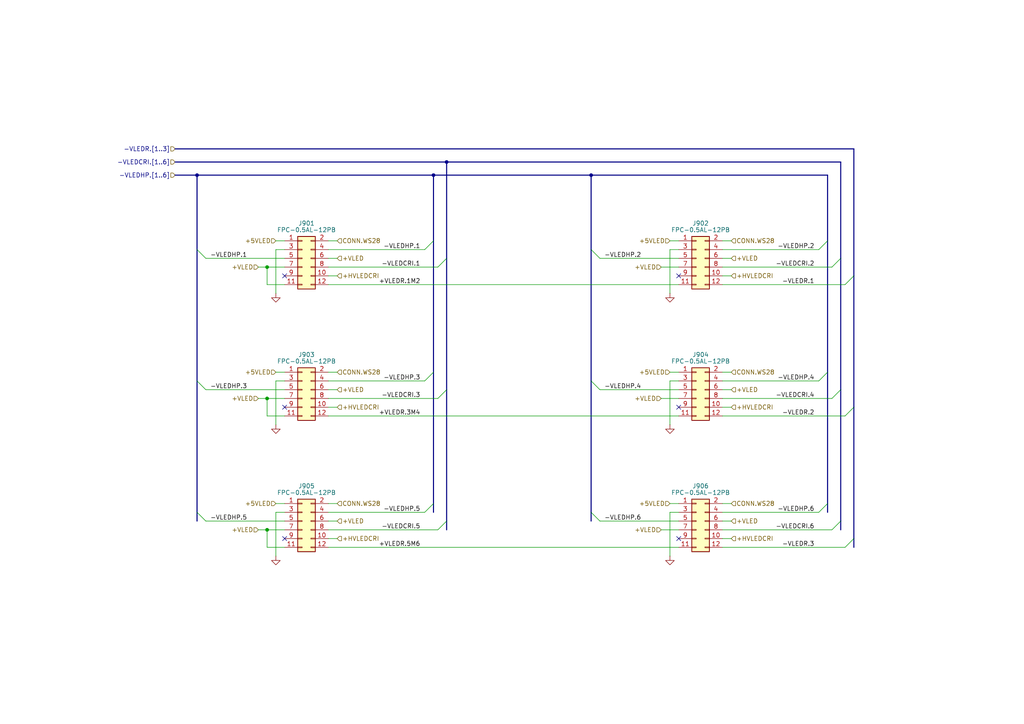
<source format=kicad_sch>
(kicad_sch (version 20250114) (generator "eeschema") (generator_version "9.0")
  (paper "A4")
  (title_block (title "Growlight controller, connector page") (rev "0.1"))
  (lib_symbols
    (symbol "Connector_Generic:Conn_02x06_Odd_Even" (pin_names (offset 1.016) (hide yes))
      (property "Reference" "J" (at 1.27 7.62 0))
      (property "Value" "Conn_02x06_Odd_Even" (at 1.27 -10.16 0))
      (symbol "Conn_02x06_Odd_Even_1_1"
        (rectangle (start -1.27 6.35) (end 3.81 -8.89) (stroke (width 0.254)) (fill (type background)))
        (rectangle (start -1.27 5.207) (end 0 4.953) (stroke (width 0.1524)))
        (rectangle (start -1.27 2.667) (end 0 2.413) (stroke (width 0.1524)))
        (rectangle (start -1.27 0.127) (end 0 -0.127) (stroke (width 0.1524)))
        (rectangle (start -1.27 -2.413) (end 0 -2.667) (stroke (width 0.1524)))
        (rectangle (start -1.27 -4.953) (end 0 -5.207) (stroke (width 0.1524)))
        (rectangle (start -1.27 -7.493) (end 0 -7.747) (stroke (width 0.1524)))
        (rectangle (start 3.81 5.207) (end 2.54 4.953) (stroke (width 0.1524)))
        (rectangle (start 3.81 2.667) (end 2.54 2.413) (stroke (width 0.1524)))
        (rectangle (start 3.81 0.127) (end 2.54 -0.127) (stroke (width 0.1524)))
        (rectangle (start 3.81 -2.413) (end 2.54 -2.667) (stroke (width 0.1524)))
        (rectangle (start 3.81 -4.953) (end 2.54 -5.207) (stroke (width 0.1524)))
        (rectangle (start 3.81 -7.493) (end 2.54 -7.747) (stroke (width 0.1524)))
        (pin passive line (at -5.08 5.08 0) (length 3.81) (name "Pin_1") (number "1"))
        (pin passive line (at -5.08 2.54 0) (length 3.81) (name "Pin_3") (number "3"))
        (pin passive line (at -5.08 0 0) (length 3.81) (name "Pin_5") (number "5"))
        (pin passive line (at -5.08 -2.54 0) (length 3.81) (name "Pin_7") (number "7"))
        (pin passive line (at -5.08 -5.08 0) (length 3.81) (name "Pin_9") (number "9"))
        (pin passive line (at -5.08 -7.62 0) (length 3.81) (name "Pin_11") (number "11"))
        (pin passive line (at 7.62 5.08 180) (length 3.81) (name "Pin_2") (number "2"))
        (pin passive line (at 7.62 2.54 180) (length 3.81) (name "Pin_4") (number "4"))
        (pin passive line (at 7.62 0 180) (length 3.81) (name "Pin_6") (number "6"))
        (pin passive line (at 7.62 -2.54 180) (length 3.81) (name "Pin_8") (number "8"))
        (pin passive line (at 7.62 -5.08 180) (length 3.81) (name "Pin_10") (number "10"))
        (pin passive line (at 7.62 -7.62 180) (length 3.81) (name "Pin_12") (number "12"))
      )
    )
    (symbol "power:GND" (power) (pin_numbers (hide yes)) (pin_names (offset 0) (hide yes))
      (property "Value" "GND" (at 0 -3.81 0))
      (symbol "GND_0_1"
        (polyline (pts (xy 0 0) (xy 0 -1.27) (xy 1.27 -1.27) (xy 0 -2.54) (xy -1.27 -1.27) (xy 0 -1.27)))
      )
      (symbol "GND_1_1"
        (pin power_in line (at 0 0 270) (length 0) (name "~") (number "1"))
      )
    )
  )
  (junction (at 125.73 50.8))
  (junction (at 77.47 77.47))
  (junction (at 129.54 46.99))
  (junction (at 57.15 50.8))
  (junction (at 77.47 115.57))
  (junction (at 77.47 153.67))
  (junction (at 171.45 50.8))
  (no_connect (at 82.55 80.01))
  (no_connect (at 196.85 156.21))
  (no_connect (at 196.85 80.01))
  (no_connect (at 196.85 118.11))
  (no_connect (at 82.55 118.11))
  (no_connect (at 82.55 156.21))
  (bus_entry (at 57.15 148.59) (size 2.54 2.54))
  (bus_entry (at 129.54 151.13) (size -2.54 2.54))
  (bus_entry (at 129.54 113.03) (size -2.54 2.54))
  (bus_entry (at 243.84 74.93) (size -2.54 2.54))
  (bus_entry (at 125.73 69.85) (size -2.54 2.54))
  (bus_entry (at 247.65 80.01) (size -2.54 2.54))
  (bus_entry (at 240.03 146.05) (size -2.54 2.54))
  (bus_entry (at 171.45 72.39) (size 2.54 2.54))
  (bus_entry (at 171.45 110.49) (size 2.54 2.54))
  (bus_entry (at 240.03 107.95) (size -2.54 2.54))
  (bus_entry (at 57.15 110.49) (size 2.54 2.54))
  (bus_entry (at 129.54 74.93) (size -2.54 2.54))
  (bus_entry (at 243.84 113.03) (size -2.54 2.54))
  (bus_entry (at 247.65 118.11) (size -2.54 2.54))
  (bus_entry (at 240.03 69.85) (size -2.54 2.54))
  (bus_entry (at 243.84 151.13) (size -2.54 2.54))
  (bus_entry (at 247.65 156.21) (size -2.54 2.54))
  (bus_entry (at 125.73 107.95) (size -2.54 2.54))
  (bus_entry (at 125.73 146.05) (size -2.54 2.54))
  (bus_entry (at 171.45 148.59) (size 2.54 2.54))
  (bus_entry (at 57.15 72.39) (size 2.54 2.54))
  (wire (pts (xy 209.55 151.13) (xy 212.09 151.13)))
  (bus (pts (xy 129.54 46.99) (xy 129.54 74.93)))
  (wire (pts (xy 209.55 146.05) (xy 212.09 146.05)))
  (bus (pts (xy 243.84 74.93) (xy 243.84 113.03)))
  (bus (pts (xy 129.54 46.99) (xy 243.84 46.99)))
  (wire (pts (xy 97.79 80.01) (xy 95.25 80.01)))
  (wire (pts (xy 82.55 153.67) (xy 77.47 153.67)))
  (bus (pts (xy 125.73 69.85) (xy 125.73 107.95)))
  (wire (pts (xy 95.25 77.47) (xy 127 77.47)))
  (wire (pts (xy 212.09 156.21) (xy 209.55 156.21)))
  (wire (pts (xy 191.77 115.57) (xy 196.85 115.57)))
  (wire (pts (xy 191.77 77.47) (xy 196.85 77.47)))
  (bus (pts (xy 57.15 110.49) (xy 57.15 148.59)))
  (bus (pts (xy 129.54 74.93) (xy 129.54 113.03)))
  (bus (pts (xy 50.8 46.99) (xy 129.54 46.99)))
  (bus (pts (xy 125.73 50.8) (xy 125.73 69.85)))
  (wire (pts (xy 95.25 110.49) (xy 123.19 110.49)))
  (wire (pts (xy 95.25 115.57) (xy 127 115.57)))
  (wire (pts (xy 194.31 72.39) (xy 196.85 72.39)))
  (wire (pts (xy 209.55 115.57) (xy 241.3 115.57)))
  (wire (pts (xy 95.25 151.13) (xy 97.79 151.13)))
  (wire (pts (xy 82.55 146.05) (xy 80.01 146.05)))
  (wire (pts (xy 59.69 113.03) (xy 82.55 113.03)))
  (wire (pts (xy 95.25 146.05) (xy 97.79 146.05)))
  (wire (pts (xy 74.93 115.57) (xy 77.47 115.57)))
  (wire (pts (xy 209.55 72.39) (xy 237.49 72.39)))
  (wire (pts (xy 80.01 148.59) (xy 82.55 148.59)))
  (bus (pts (xy 240.03 50.8) (xy 240.03 69.85)))
  (bus (pts (xy 240.03 146.05) (xy 240.03 148.59)))
  (wire (pts (xy 209.55 82.55) (xy 245.11 82.55)))
  (wire (pts (xy 173.99 151.13) (xy 196.85 151.13)))
  (bus (pts (xy 57.15 50.8) (xy 125.73 50.8)))
  (wire (pts (xy 212.09 74.93) (xy 209.55 74.93)))
  (wire (pts (xy 80.01 72.39) (xy 82.55 72.39)))
  (bus (pts (xy 243.84 151.13) (xy 243.84 153.67)))
  (bus (pts (xy 125.73 146.05) (xy 125.73 148.59)))
  (bus (pts (xy 240.03 107.95) (xy 240.03 146.05)))
  (wire (pts (xy 173.99 113.03) (xy 196.85 113.03)))
  (wire (pts (xy 80.01 72.39) (xy 80.01 85.09)))
  (wire (pts (xy 82.55 120.65) (xy 77.47 120.65)))
  (wire (pts (xy 212.09 80.01) (xy 209.55 80.01)))
  (wire (pts (xy 209.55 153.67) (xy 241.3 153.67)))
  (bus (pts (xy 125.73 107.95) (xy 125.73 146.05)))
  (wire (pts (xy 97.79 118.11) (xy 95.25 118.11)))
  (wire (pts (xy 97.79 156.21) (xy 95.25 156.21)))
  (wire (pts (xy 95.25 148.59) (xy 123.19 148.59)))
  (wire (pts (xy 80.01 110.49) (xy 80.01 123.19)))
  (wire (pts (xy 95.25 120.65) (xy 196.85 120.65)))
  (wire (pts (xy 59.69 74.93) (xy 82.55 74.93)))
  (wire (pts (xy 191.77 153.67) (xy 196.85 153.67)))
  (wire (pts (xy 77.47 77.47) (xy 82.55 77.47)))
  (wire (pts (xy 74.93 77.47) (xy 77.47 77.47)))
  (bus (pts (xy 50.8 50.8) (xy 57.15 50.8)))
  (wire (pts (xy 196.85 107.95) (xy 194.31 107.95)))
  (bus (pts (xy 247.65 118.11) (xy 247.65 156.21)))
  (bus (pts (xy 171.45 50.8) (xy 171.45 72.39)))
  (bus (pts (xy 50.8 43.18) (xy 247.65 43.18)))
  (bus (pts (xy 129.54 151.13) (xy 129.54 153.67)))
  (bus (pts (xy 240.03 69.85) (xy 240.03 107.95)))
  (wire (pts (xy 82.55 107.95) (xy 80.01 107.95)))
  (wire (pts (xy 80.01 110.49) (xy 82.55 110.49)))
  (wire (pts (xy 209.55 77.47) (xy 241.3 77.47)))
  (wire (pts (xy 209.55 120.65) (xy 245.11 120.65)))
  (bus (pts (xy 57.15 72.39) (xy 57.15 110.49)))
  (wire (pts (xy 82.55 82.55) (xy 77.47 82.55)))
  (wire (pts (xy 212.09 118.11) (xy 209.55 118.11)))
  (wire (pts (xy 97.79 74.93) (xy 95.25 74.93)))
  (wire (pts (xy 59.69 151.13) (xy 82.55 151.13)))
  (bus (pts (xy 243.84 46.99) (xy 243.84 74.93)))
  (wire (pts (xy 82.55 158.75) (xy 77.47 158.75)))
  (bus (pts (xy 243.84 113.03) (xy 243.84 151.13)))
  (wire (pts (xy 209.55 110.49) (xy 237.49 110.49)))
  (bus (pts (xy 247.65 43.18) (xy 247.65 80.01)))
  (wire (pts (xy 95.25 153.67) (xy 127 153.67)))
  (bus (pts (xy 171.45 148.59) (xy 171.45 151.13)))
  (bus (pts (xy 171.45 110.49) (xy 171.45 148.59)))
  (wire (pts (xy 77.47 120.65) (xy 77.47 115.57)))
  (wire (pts (xy 95.25 72.39) (xy 123.19 72.39)))
  (bus (pts (xy 125.73 50.8) (xy 171.45 50.8)))
  (wire (pts (xy 95.25 82.55) (xy 196.85 82.55)))
  (bus (pts (xy 57.15 148.59) (xy 57.15 151.13)))
  (wire (pts (xy 194.31 148.59) (xy 196.85 148.59)))
  (wire (pts (xy 194.31 110.49) (xy 194.31 123.19)))
  (wire (pts (xy 80.01 148.59) (xy 80.01 161.29)))
  (wire (pts (xy 95.25 69.85) (xy 97.79 69.85)))
  (wire (pts (xy 194.31 72.39) (xy 194.31 85.09)))
  (wire (pts (xy 196.85 146.05) (xy 194.31 146.05)))
  (bus (pts (xy 171.45 50.8) (xy 240.03 50.8)))
  (wire (pts (xy 209.55 69.85) (xy 212.09 69.85)))
  (wire (pts (xy 209.55 158.75) (xy 245.11 158.75)))
  (bus (pts (xy 247.65 156.21) (xy 247.65 158.75)))
  (bus (pts (xy 129.54 113.03) (xy 129.54 151.13)))
  (wire (pts (xy 77.47 82.55) (xy 77.47 77.47)))
  (wire (pts (xy 80.01 69.85) (xy 82.55 69.85)))
  (wire (pts (xy 82.55 115.57) (xy 77.47 115.57)))
  (wire (pts (xy 95.25 113.03) (xy 97.79 113.03)))
  (wire (pts (xy 77.47 158.75) (xy 77.47 153.67)))
  (wire (pts (xy 74.93 153.67) (xy 77.47 153.67)))
  (wire (pts (xy 194.31 148.59) (xy 194.31 161.29)))
  (wire (pts (xy 95.25 158.75) (xy 196.85 158.75)))
  (bus (pts (xy 171.45 72.39) (xy 171.45 110.49)))
  (bus (pts (xy 247.65 80.01) (xy 247.65 118.11)))
  (wire (pts (xy 209.55 148.59) (xy 237.49 148.59)))
  (wire (pts (xy 173.99 74.93) (xy 196.85 74.93)))
  (wire (pts (xy 196.85 69.85) (xy 194.31 69.85)))
  (wire (pts (xy 194.31 110.49) (xy 196.85 110.49)))
  (wire (pts (xy 209.55 107.95) (xy 212.09 107.95)))
  (wire (pts (xy 209.55 113.03) (xy 212.09 113.03)))
  (bus (pts (xy 57.15 50.8) (xy 57.15 72.39)))
  (wire (pts (xy 95.25 107.95) (xy 97.79 107.95)))
  (label "-VLEDCRI.5" (at 121.92 153.67 180))
  (label "-VLEDHP.4" (at 236.22 110.49 180))
  (label "-VLEDR.2" (at 236.22 120.65 180))
  (label "-VLEDHP.2" (at 236.22 72.39 180))
  (label "-VLEDCRI.3" (at 121.92 115.57 180))
  (label "+VLEDR.1M2" (at 121.92 82.55 180))
  (label "+VLEDR.3M4" (at 121.92 120.65 180))
  (label "-VLEDHP.6" (at 236.22 148.59 180))
  (label "-VLEDHP.1" (at 60.96 74.93 0))
  (label "-VLEDHP.3" (at 121.92 110.49 180))
  (label "-VLEDCRI.6" (at 236.22 153.67 180))
  (label "-VLEDHP.5" (at 60.96 151.13 0))
  (label "-VLEDHP.4" (at 175.26 113.03 0))
  (label "-VLEDCRI.1" (at 121.92 77.47 180))
  (label "-VLEDHP.1" (at 121.92 72.39 180))
  (label "-VLEDHP.6" (at 175.26 151.13 0))
  (label "-VLEDR.3" (at 236.22 158.75 180))
  (label "-VLEDHP.5" (at 121.92 148.59 180))
  (label "-VLEDCRI.2" (at 236.22 77.47 180))
  (label "-VLEDR.1" (at 236.22 82.55 180))
  (label "-VLEDHP.3" (at 60.96 113.03 0))
  (label "-VLEDCRI.4" (at 236.22 115.57 180))
  (label "+VLEDR.5M6" (at 121.92 158.75 180))
  (label "-VLEDHP.2" (at 175.26 74.93 0))
  (hierarchical_label "+VLED" (shape input) (at 212.09 151.13 0))
  (hierarchical_label "+VLED" (shape input) (at 74.93 115.57 180))
  (hierarchical_label "CONN.WS28" (shape input) (at 212.09 107.95 0))
  (hierarchical_label "+HVLEDCRI" (shape input) (at 212.09 80.01 0))
  (hierarchical_label "+VLED" (shape input) (at 212.09 113.03 0))
  (hierarchical_label "CONN.WS28" (shape input) (at 212.09 146.05 0))
  (hierarchical_label "+HVLEDCRI" (shape input) (at 212.09 156.21 0))
  (hierarchical_label "+HVLEDCRI" (shape input) (at 97.79 156.21 0))
  (hierarchical_label "+VLED" (shape input) (at 74.93 77.47 180))
  (hierarchical_label "+5VLED" (shape input) (at 194.31 107.95 180))
  (hierarchical_label "+VLED" (shape input) (at 191.77 153.67 180))
  (hierarchical_label "+VLED" (shape input) (at 74.93 153.67 180))
  (hierarchical_label "+5VLED" (shape input) (at 80.01 146.05 180))
  (hierarchical_label "+HVLEDCRI" (shape input) (at 97.79 80.01 0))
  (hierarchical_label "+VLED" (shape input) (at 97.79 74.93 0))
  (hierarchical_label "-VLEDCRI.[1..6]" (shape input) (at 50.8 46.99 180))
  (hierarchical_label "+VLED" (shape input) (at 212.09 74.93 0))
  (hierarchical_label "+VLED" (shape input) (at 191.77 77.47 180))
  (hierarchical_label "-VLEDHP.[1..6]" (shape input) (at 50.8 50.8 180))
  (hierarchical_label "CONN.WS28" (shape input) (at 97.79 146.05 0))
  (hierarchical_label "+VLED" (shape input) (at 97.79 151.13 0))
  (hierarchical_label "+HVLEDCRI" (shape input) (at 97.79 118.11 0))
  (hierarchical_label "-VLEDR.[1..3]" (shape input) (at 50.8 43.18 180))
  (hierarchical_label "+5VLED" (shape input) (at 80.01 107.95 180))
  (hierarchical_label "+VLED" (shape input) (at 97.79 113.03 0))
  (hierarchical_label "+5VLED" (shape input) (at 194.31 69.85 180))
  (hierarchical_label "CONN.WS28" (shape input) (at 97.79 69.85 0))
  (hierarchical_label "CONN.WS28" (shape input) (at 212.09 69.85 0))
  (hierarchical_label "+5VLED" (shape input) (at 80.01 69.85 180))
  (hierarchical_label "+5VLED" (shape input) (at 194.31 146.05 180))
  (hierarchical_label "+HVLEDCRI" (shape input) (at 212.09 118.11 0))
  (hierarchical_label "+VLED" (shape input) (at 191.77 115.57 180))
  (hierarchical_label "CONN.WS28" (shape input) (at 97.79 107.95 0))
  (symbol (lib_id "Connector_Generic:Conn_02x06_Odd_Even") (at 201.93 113.03 0) (unit 1)
    (property "Reference" "J904" (at 203.2 102.87 0))
    (property "Value" "FPC-0.5AL-12PB" (at 203.2 104.775 0))
    (property "Footprint" "Connectors FFC SMD:FPC-0.5AL-12PB" (effects (hide yes)))
    (property "Description" "Generic connector, double row, 02x06, odd/even pin numbering scheme (row 1 odd numbers, row 2 even numbers), script generated (kicad-library-utils/schlib/autogen/connector/)" (effects (hide yes)))
  )
  (symbol (lib_id "power:GND") (at 194.31 161.29 0) (unit 1)
    (property "Reference" "#PWR0906" (effects (hide yes)))
    (property "Value" "GND" (effects (hide yes)))
    (property "Description" "Power symbol creates a global label with name \"GND\" , ground" (effects (hide yes)))
  )
  (symbol (lib_id "Connector_Generic:Conn_02x06_Odd_Even") (at 87.63 74.93 0) (unit 1)
    (property "Reference" "J901" (at 88.9 64.77 0))
    (property "Value" "FPC-0.5AL-12PB" (at 88.9 66.675 0))
    (property "Footprint" "Connectors FFC SMD:FPC-0.5AL-12PB" (effects (hide yes)))
    (property "Description" "Generic connector, double row, 02x06, odd/even pin numbering scheme (row 1 odd numbers, row 2 even numbers), script generated (kicad-library-utils/schlib/autogen/connector/)" (effects (hide yes)))
  )
  (symbol (lib_id "Connector_Generic:Conn_02x06_Odd_Even") (at 87.63 151.13 0) (unit 1)
    (property "Reference" "J905" (at 88.9 140.97 0))
    (property "Value" "FPC-0.5AL-12PB" (at 88.9 142.875 0))
    (property "Footprint" "Connectors FFC SMD:FPC-0.5AL-12PB" (effects (hide yes)))
    (property "Description" "Generic connector, double row, 02x06, odd/even pin numbering scheme (row 1 odd numbers, row 2 even numbers), script generated (kicad-library-utils/schlib/autogen/connector/)" (effects (hide yes)))
  )
  (symbol (lib_id "power:GND") (at 194.31 85.09 0) (unit 1)
    (property "Reference" "#PWR0902" (effects (hide yes)))
    (property "Value" "GND" (effects (hide yes)))
    (property "Description" "Power symbol creates a global label with name \"GND\" , ground" (effects (hide yes)))
  )
  (symbol (lib_id "Connector_Generic:Conn_02x06_Odd_Even") (at 201.93 74.93 0) (unit 1)
    (property "Reference" "J902" (at 203.2 64.77 0))
    (property "Value" "FPC-0.5AL-12PB" (at 203.2 66.675 0))
    (property "Footprint" "Connectors FFC SMD:FPC-0.5AL-12PB" (effects (hide yes)))
    (property "Description" "Generic connector, double row, 02x06, odd/even pin numbering scheme (row 1 odd numbers, row 2 even numbers), script generated (kicad-library-utils/schlib/autogen/connector/)" (effects (hide yes)))
  )
  (symbol (lib_id "power:GND") (at 80.01 123.19 0) (unit 1)
    (property "Reference" "#PWR0903" (effects (hide yes)))
    (property "Value" "GND" (effects (hide yes)))
    (property "Description" "Power symbol creates a global label with name \"GND\" , ground" (effects (hide yes)))
  )
  (symbol (lib_id "power:GND") (at 194.31 123.19 0) (unit 1)
    (property "Reference" "#PWR0904" (effects (hide yes)))
    (property "Value" "GND" (effects (hide yes)))
    (property "Description" "Power symbol creates a global label with name \"GND\" , ground" (effects (hide yes)))
  )
  (symbol (lib_id "power:GND") (at 80.01 85.09 0) (unit 1)
    (property "Reference" "#PWR0901" (effects (hide yes)))
    (property "Value" "GND" (effects (hide yes)))
    (property "Description" "Power symbol creates a global label with name \"GND\" , ground" (effects (hide yes)))
  )
  (symbol (lib_id "power:GND") (at 80.01 161.29 0) (unit 1)
    (property "Reference" "#PWR0905" (effects (hide yes)))
    (property "Value" "GND" (effects (hide yes)))
    (property "Description" "Power symbol creates a global label with name \"GND\" , ground" (effects (hide yes)))
  )
  (symbol (lib_id "Connector_Generic:Conn_02x06_Odd_Even") (at 87.63 113.03 0) (unit 1)
    (property "Reference" "J903" (at 88.9 102.87 0))
    (property "Value" "FPC-0.5AL-12PB" (at 88.9 104.775 0))
    (property "Footprint" "Connectors FFC SMD:FPC-0.5AL-12PB" (effects (hide yes)))
    (property "Description" "Generic connector, double row, 02x06, odd/even pin numbering scheme (row 1 odd numbers, row 2 even numbers), script generated (kicad-library-utils/schlib/autogen/connector/)" (effects (hide yes)))
  )
  (symbol (lib_id "Connector_Generic:Conn_02x06_Odd_Even") (at 201.93 151.13 0) (unit 1)
    (property "Reference" "J906" (at 203.2 140.97 0))
    (property "Value" "FPC-0.5AL-12PB" (at 203.2 142.875 0))
    (property "Footprint" "Connectors FFC SMD:FPC-0.5AL-12PB" (effects (hide yes)))
    (property "Description" "Generic connector, double row, 02x06, odd/even pin numbering scheme (row 1 odd numbers, row 2 even numbers), script generated (kicad-library-utils/schlib/autogen/connector/)" (effects (hide yes)))
  )
)
</source>
